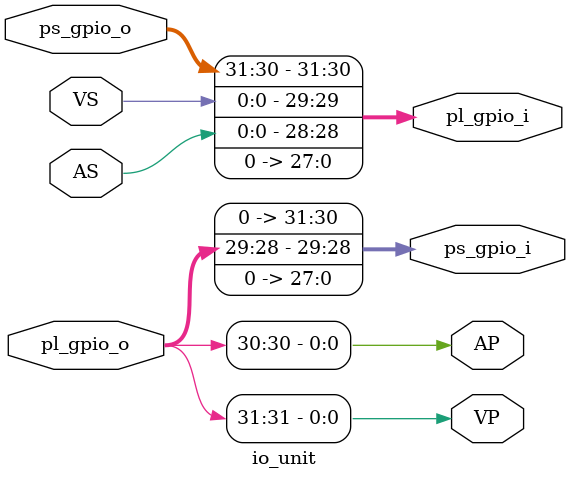
<source format=v>
`timescale 1ns / 1ps


(* KEEP_HIERARCHY = "TRUE" *) module io_unit(
    output VP,
    output AP,
    input VS,
    input AS,
    input [31:0] ps_gpio_o,
    input [31:0] pl_gpio_o,
    output [31:0] ps_gpio_i,
    output [31:0] pl_gpio_i
    );
    assign VP = pl_gpio_o[31];
    assign pl_gpio_i[31] = ps_gpio_o[31];
    
    assign AP = pl_gpio_o[30];
    assign pl_gpio_i[30] = ps_gpio_o[30];
    
    assign pl_gpio_i[29] = VS;
    assign ps_gpio_i[29] = pl_gpio_o[29];
    
    assign pl_gpio_i[28] = AS;
    assign ps_gpio_i[28] = pl_gpio_o[28];
    
    assign ps_gpio_i[31:30] = 0;
    assign ps_gpio_i[27:0] = 0;
    assign pl_gpio_i[27:0] = 0;
endmodule

</source>
